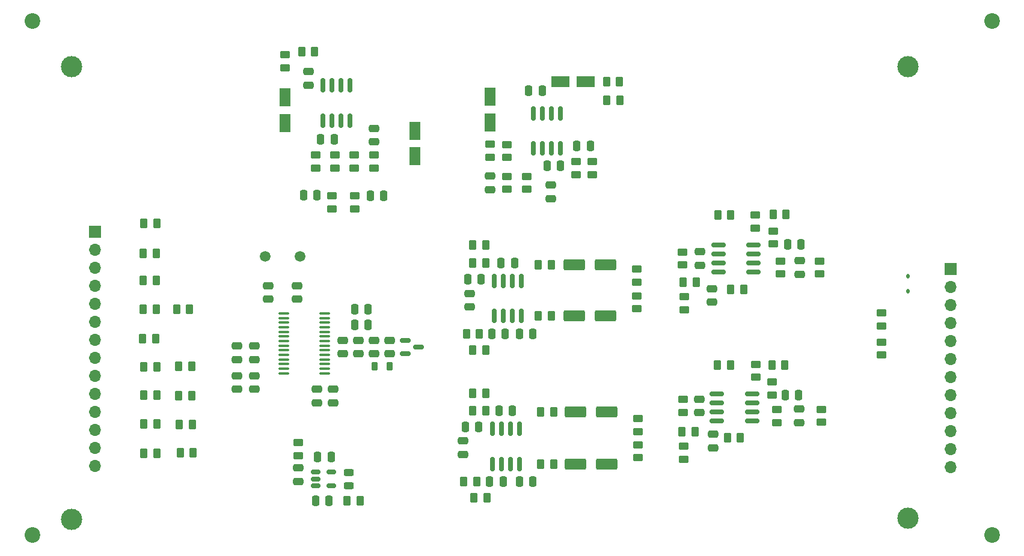
<source format=gts>
G04 #@! TF.GenerationSoftware,KiCad,Pcbnew,8.0.4-8.0.4-0~ubuntu22.04.1*
G04 #@! TF.CreationDate,2024-08-18T20:01:01-04:00*
G04 #@! TF.ProjectId,CS4272-CZZ_Breakout_Board,43533432-3732-42d4-935a-5a5f42726561,rev?*
G04 #@! TF.SameCoordinates,Original*
G04 #@! TF.FileFunction,Soldermask,Top*
G04 #@! TF.FilePolarity,Negative*
%FSLAX46Y46*%
G04 Gerber Fmt 4.6, Leading zero omitted, Abs format (unit mm)*
G04 Created by KiCad (PCBNEW 8.0.4-8.0.4-0~ubuntu22.04.1) date 2024-08-18 20:01:01*
%MOMM*%
%LPD*%
G01*
G04 APERTURE LIST*
G04 Aperture macros list*
%AMRoundRect*
0 Rectangle with rounded corners*
0 $1 Rounding radius*
0 $2 $3 $4 $5 $6 $7 $8 $9 X,Y pos of 4 corners*
0 Add a 4 corners polygon primitive as box body*
4,1,4,$2,$3,$4,$5,$6,$7,$8,$9,$2,$3,0*
0 Add four circle primitives for the rounded corners*
1,1,$1+$1,$2,$3*
1,1,$1+$1,$4,$5*
1,1,$1+$1,$6,$7*
1,1,$1+$1,$8,$9*
0 Add four rect primitives between the rounded corners*
20,1,$1+$1,$2,$3,$4,$5,0*
20,1,$1+$1,$4,$5,$6,$7,0*
20,1,$1+$1,$6,$7,$8,$9,0*
20,1,$1+$1,$8,$9,$2,$3,0*%
G04 Aperture macros list end*
%ADD10RoundRect,0.250000X0.250000X0.475000X-0.250000X0.475000X-0.250000X-0.475000X0.250000X-0.475000X0*%
%ADD11C,2.200000*%
%ADD12RoundRect,0.150000X0.150000X-0.825000X0.150000X0.825000X-0.150000X0.825000X-0.150000X-0.825000X0*%
%ADD13RoundRect,0.250000X0.475000X-0.250000X0.475000X0.250000X-0.475000X0.250000X-0.475000X-0.250000X0*%
%ADD14RoundRect,0.250000X0.450000X-0.262500X0.450000X0.262500X-0.450000X0.262500X-0.450000X-0.262500X0*%
%ADD15RoundRect,0.250000X-0.262500X-0.450000X0.262500X-0.450000X0.262500X0.450000X-0.262500X0.450000X0*%
%ADD16RoundRect,0.112500X-0.112500X0.187500X-0.112500X-0.187500X0.112500X-0.187500X0.112500X0.187500X0*%
%ADD17RoundRect,0.250000X-0.475000X0.250000X-0.475000X-0.250000X0.475000X-0.250000X0.475000X0.250000X0*%
%ADD18RoundRect,0.250000X-1.250000X-0.550000X1.250000X-0.550000X1.250000X0.550000X-1.250000X0.550000X0*%
%ADD19RoundRect,0.250000X0.550000X-1.050000X0.550000X1.050000X-0.550000X1.050000X-0.550000X-1.050000X0*%
%ADD20C,3.000000*%
%ADD21RoundRect,0.100000X-0.637500X-0.100000X0.637500X-0.100000X0.637500X0.100000X-0.637500X0.100000X0*%
%ADD22RoundRect,0.150000X-0.150000X0.825000X-0.150000X-0.825000X0.150000X-0.825000X0.150000X0.825000X0*%
%ADD23RoundRect,0.250000X0.262500X0.450000X-0.262500X0.450000X-0.262500X-0.450000X0.262500X-0.450000X0*%
%ADD24R,1.700000X1.700000*%
%ADD25O,1.700000X1.700000*%
%ADD26RoundRect,0.150000X-0.587500X-0.150000X0.587500X-0.150000X0.587500X0.150000X-0.587500X0.150000X0*%
%ADD27RoundRect,0.250000X-0.450000X0.262500X-0.450000X-0.262500X0.450000X-0.262500X0.450000X0.262500X0*%
%ADD28RoundRect,0.150000X0.825000X0.150000X-0.825000X0.150000X-0.825000X-0.150000X0.825000X-0.150000X0*%
%ADD29RoundRect,0.250000X-0.250000X-0.475000X0.250000X-0.475000X0.250000X0.475000X-0.250000X0.475000X0*%
%ADD30RoundRect,0.243750X0.456250X-0.243750X0.456250X0.243750X-0.456250X0.243750X-0.456250X-0.243750X0*%
%ADD31RoundRect,0.150000X-0.512500X-0.150000X0.512500X-0.150000X0.512500X0.150000X-0.512500X0.150000X0*%
%ADD32RoundRect,0.218750X0.218750X0.381250X-0.218750X0.381250X-0.218750X-0.381250X0.218750X-0.381250X0*%
%ADD33C,1.500000*%
%ADD34RoundRect,0.250000X-1.050000X-0.550000X1.050000X-0.550000X1.050000X0.550000X-1.050000X0.550000X0*%
G04 APERTURE END LIST*
D10*
X150075000Y-98500000D03*
X148175000Y-98500000D03*
D11*
X217325000Y-136850000D03*
D12*
X123120000Y-78425000D03*
X124390000Y-78425000D03*
X125660000Y-78425000D03*
X126930000Y-78425000D03*
X126930000Y-73475000D03*
X125660000Y-73475000D03*
X124390000Y-73475000D03*
X123120000Y-73475000D03*
D10*
X129475000Y-107250000D03*
X127575000Y-107250000D03*
X190075000Y-117107500D03*
X188175000Y-117107500D03*
D13*
X130325000Y-111300000D03*
X130325000Y-109400000D03*
D14*
X187520000Y-100050000D03*
X187520000Y-98225000D03*
D13*
X142825000Y-125500000D03*
X142825000Y-123600000D03*
D15*
X144212500Y-96000000D03*
X146037500Y-96000000D03*
X180070000Y-123107500D03*
X181895000Y-123107500D03*
D16*
X205500000Y-100350000D03*
X205500000Y-102450000D03*
D10*
X145070000Y-121610000D03*
X143170000Y-121610000D03*
D17*
X143725000Y-102800000D03*
X143725000Y-104700000D03*
D15*
X153457500Y-105975000D03*
X155282500Y-105975000D03*
D18*
X158670000Y-119460000D03*
X163070000Y-119460000D03*
D17*
X111025000Y-114400000D03*
X111025000Y-116300000D03*
D14*
X193325000Y-120962500D03*
X193325000Y-119137500D03*
D12*
X146965000Y-126835000D03*
X148235000Y-126835000D03*
X149505000Y-126835000D03*
X150775000Y-126835000D03*
X150775000Y-121885000D03*
X149505000Y-121885000D03*
X148235000Y-121885000D03*
X146965000Y-121885000D03*
D15*
X97825000Y-97162500D03*
X99650000Y-97162500D03*
D19*
X117775000Y-78750000D03*
X117775000Y-75150000D03*
D20*
X205525000Y-70850000D03*
D17*
X113425000Y-114400000D03*
X113425000Y-116300000D03*
D21*
X117625000Y-105600000D03*
X117625000Y-106250000D03*
X117625000Y-106900000D03*
X117625000Y-107550000D03*
X117625000Y-108200000D03*
X117625000Y-108850000D03*
X117625000Y-109500000D03*
X117625000Y-110150000D03*
X117625000Y-110800000D03*
X117625000Y-111450000D03*
X117625000Y-112100000D03*
X117625000Y-112750000D03*
X117625000Y-113400000D03*
X117625000Y-114050000D03*
X123350000Y-114050000D03*
X123350000Y-113400000D03*
X123350000Y-112750000D03*
X123350000Y-112100000D03*
X123350000Y-111450000D03*
X123350000Y-110800000D03*
X123350000Y-110150000D03*
X123350000Y-109500000D03*
X123350000Y-108850000D03*
X123350000Y-108200000D03*
X123350000Y-107550000D03*
X123350000Y-106900000D03*
X123350000Y-106250000D03*
X123350000Y-105600000D03*
D14*
X193020000Y-100050000D03*
X193020000Y-98225000D03*
D15*
X143300000Y-108500000D03*
X145125000Y-108500000D03*
D22*
X156535000Y-77400000D03*
X155265000Y-77400000D03*
X153995000Y-77400000D03*
X152725000Y-77400000D03*
X152725000Y-82350000D03*
X153995000Y-82350000D03*
X155265000Y-82350000D03*
X156535000Y-82350000D03*
D14*
X146625000Y-83600000D03*
X146625000Y-81775000D03*
D23*
X175682500Y-101175000D03*
X173857500Y-101175000D03*
D15*
X97912500Y-125350000D03*
X99737500Y-125350000D03*
D14*
X149025000Y-88112500D03*
X149025000Y-86287500D03*
D15*
X97912500Y-92950000D03*
X99737500Y-92950000D03*
D14*
X173825000Y-119562500D03*
X173825000Y-117737500D03*
X201780000Y-107352500D03*
X201780000Y-105527500D03*
X117775000Y-70950000D03*
X117775000Y-69125000D03*
X167470000Y-122260000D03*
X167470000Y-120435000D03*
D10*
X129475000Y-105050000D03*
X127575000Y-105050000D03*
X148775000Y-108500000D03*
X146875000Y-108500000D03*
D14*
X127545000Y-85112500D03*
X127545000Y-83287500D03*
X167470000Y-125960000D03*
X167470000Y-124135000D03*
D10*
X145375000Y-100750000D03*
X143475000Y-100750000D03*
D24*
X211506250Y-99347500D03*
D25*
X211506250Y-101887500D03*
X211506250Y-104427500D03*
X211506250Y-106967500D03*
X211506250Y-109507500D03*
X211506250Y-112047500D03*
X211506250Y-114587500D03*
X211506250Y-117127500D03*
X211506250Y-119667500D03*
X211506250Y-122207500D03*
X211506250Y-124747500D03*
X211506250Y-127287500D03*
D15*
X97712500Y-109150000D03*
X99537500Y-109150000D03*
D14*
X122055000Y-85112500D03*
X122055000Y-83287500D03*
D23*
X104625000Y-113105000D03*
X102800000Y-113105000D03*
D13*
X130325000Y-81400000D03*
X130325000Y-79500000D03*
D20*
X87725000Y-134650000D03*
D10*
X148475000Y-129360000D03*
X146575000Y-129360000D03*
D14*
X184070000Y-114607500D03*
X184070000Y-112782500D03*
X158725000Y-86025000D03*
X158725000Y-84200000D03*
D10*
X131675000Y-89050000D03*
X129775000Y-89050000D03*
X190445000Y-95887500D03*
X188545000Y-95887500D03*
D17*
X122225000Y-116300000D03*
X122225000Y-118200000D03*
D14*
X167270000Y-101175000D03*
X167270000Y-99350000D03*
X186320000Y-117107500D03*
X186320000Y-115282500D03*
D17*
X124525000Y-116300000D03*
X124525000Y-118200000D03*
D15*
X144382500Y-131610000D03*
X146207500Y-131610000D03*
D10*
X152675000Y-129350000D03*
X150775000Y-129350000D03*
D17*
X190270000Y-98187500D03*
X190270000Y-100087500D03*
D14*
X124375000Y-90862500D03*
X124375000Y-89037500D03*
D17*
X177925000Y-102100000D03*
X177925000Y-104000000D03*
D13*
X115425000Y-103600000D03*
X115425000Y-101700000D03*
D15*
X144207500Y-119360000D03*
X146032500Y-119360000D03*
D26*
X134687500Y-109400000D03*
X134687500Y-111300000D03*
X136562500Y-110350000D03*
D13*
X121075000Y-73400000D03*
X121075000Y-71500000D03*
D18*
X158470000Y-98775000D03*
X162870000Y-98775000D03*
D20*
X87725000Y-70850000D03*
D27*
X119625000Y-123837500D03*
X119625000Y-125662500D03*
D28*
X183545000Y-120762500D03*
X183545000Y-119492500D03*
X183545000Y-118222500D03*
X183545000Y-116952500D03*
X178595000Y-116952500D03*
X178595000Y-118222500D03*
X178595000Y-119492500D03*
X178595000Y-120762500D03*
D29*
X158875000Y-81950000D03*
X160775000Y-81950000D03*
D30*
X126725000Y-129887500D03*
X126725000Y-128012500D03*
D15*
X97812500Y-100950000D03*
X99637500Y-100950000D03*
D23*
X155282500Y-98775000D03*
X153457500Y-98775000D03*
D17*
X190125000Y-119100000D03*
X190125000Y-121000000D03*
D23*
X155582500Y-119460000D03*
X153757500Y-119460000D03*
X175482500Y-122260000D03*
X173657500Y-122260000D03*
D10*
X124675000Y-81050000D03*
X122775000Y-81050000D03*
D29*
X120375000Y-88950000D03*
X122275000Y-88950000D03*
D13*
X146625000Y-88137500D03*
X146625000Y-86237500D03*
D14*
X130275000Y-85112500D03*
X130275000Y-83287500D03*
D15*
X178695000Y-91752500D03*
X180520000Y-91752500D03*
X97812500Y-105050000D03*
X99637500Y-105050000D03*
D17*
X178070000Y-122657500D03*
X178070000Y-124557500D03*
D23*
X128337500Y-132050000D03*
X126512500Y-132050000D03*
D13*
X128125000Y-111300000D03*
X128125000Y-109400000D03*
D15*
X180512500Y-102250000D03*
X182337500Y-102250000D03*
X186482500Y-91637500D03*
X188307500Y-91637500D03*
D28*
X183745000Y-99792500D03*
X183745000Y-98522500D03*
X183745000Y-97252500D03*
X183745000Y-95982500D03*
X178795000Y-95982500D03*
X178795000Y-97252500D03*
X178795000Y-98522500D03*
X178795000Y-99792500D03*
D10*
X123975000Y-132050000D03*
X122075000Y-132050000D03*
D13*
X176080000Y-119590000D03*
X176080000Y-117690000D03*
D14*
X161025000Y-86025000D03*
X161025000Y-84200000D03*
D11*
X217325000Y-64350000D03*
D17*
X113425000Y-110200000D03*
X113425000Y-112100000D03*
D31*
X122050000Y-128000000D03*
X122050000Y-128950000D03*
X122050000Y-129900000D03*
X124325000Y-129900000D03*
X124325000Y-128000000D03*
D23*
X121937500Y-68700000D03*
X120112500Y-68700000D03*
X104712500Y-121240000D03*
X102887500Y-121240000D03*
D14*
X173970000Y-105087500D03*
X173970000Y-103262500D03*
D15*
X97912500Y-117150000D03*
X99737500Y-117150000D03*
D11*
X82175000Y-64350000D03*
D14*
X173770000Y-98765000D03*
X173770000Y-96940000D03*
D10*
X149775000Y-119360000D03*
X147875000Y-119360000D03*
D15*
X144207500Y-116860000D03*
X146032500Y-116860000D03*
X144212500Y-98500000D03*
X146037500Y-98500000D03*
D32*
X132487500Y-113050000D03*
X130362500Y-113050000D03*
D20*
X205525000Y-134450000D03*
D13*
X132525000Y-111300000D03*
X132525000Y-109400000D03*
D14*
X167270000Y-104975000D03*
X167270000Y-103150000D03*
D15*
X97912500Y-113150000D03*
X99737500Y-113150000D03*
D17*
X119625000Y-127400000D03*
X119625000Y-129300000D03*
D15*
X163062500Y-72900000D03*
X164887500Y-72900000D03*
D19*
X136025000Y-83450000D03*
X136025000Y-79850000D03*
D15*
X97912500Y-121150000D03*
X99737500Y-121150000D03*
D23*
X104625000Y-117240000D03*
X102800000Y-117240000D03*
D24*
X91000000Y-94100000D03*
D25*
X91000000Y-96640000D03*
X91000000Y-99180000D03*
X91000000Y-101720000D03*
X91000000Y-104260000D03*
X91000000Y-106800000D03*
X91000000Y-109340000D03*
X91000000Y-111880000D03*
X91000000Y-114420000D03*
X91000000Y-116960000D03*
X91000000Y-119500000D03*
X91000000Y-122040000D03*
X91000000Y-124580000D03*
X91000000Y-127120000D03*
D13*
X176195000Y-98802500D03*
X176195000Y-96902500D03*
D15*
X103000000Y-125240000D03*
X104825000Y-125240000D03*
D18*
X158670000Y-126847500D03*
X163070000Y-126847500D03*
D19*
X146625000Y-78687500D03*
X146625000Y-75087500D03*
D15*
X153757500Y-126860000D03*
X155582500Y-126860000D03*
D14*
X186520000Y-95800000D03*
X186520000Y-93975000D03*
D15*
X144212500Y-110750000D03*
X146037500Y-110750000D03*
D10*
X152675000Y-108450000D03*
X150775000Y-108450000D03*
D11*
X82175000Y-136850000D03*
D15*
X178657500Y-112857500D03*
X180482500Y-112857500D03*
X186332500Y-112857500D03*
X188157500Y-112857500D03*
D13*
X119425000Y-103600000D03*
X119425000Y-101700000D03*
X155225000Y-89400000D03*
X155225000Y-87500000D03*
D10*
X154000000Y-74175000D03*
X152100000Y-74175000D03*
D33*
X119875000Y-97600000D03*
X114995000Y-97600000D03*
D15*
X142957500Y-129360000D03*
X144782500Y-129360000D03*
D34*
X156525000Y-72900000D03*
X160125000Y-72900000D03*
D14*
X151825000Y-88112500D03*
X151825000Y-86287500D03*
X173870000Y-126172500D03*
X173870000Y-124347500D03*
X124825000Y-85112500D03*
X124825000Y-83287500D03*
D17*
X111025000Y-110200000D03*
X111025000Y-112100000D03*
D10*
X124275000Y-125850000D03*
X122375000Y-125850000D03*
D27*
X201780000Y-109640000D03*
X201780000Y-111465000D03*
D12*
X147220000Y-105975000D03*
X148490000Y-105975000D03*
X149760000Y-105975000D03*
X151030000Y-105975000D03*
X151030000Y-101025000D03*
X149760000Y-101025000D03*
X148490000Y-101025000D03*
X147220000Y-101025000D03*
D15*
X163100000Y-75550000D03*
X164925000Y-75550000D03*
D23*
X104337500Y-105050000D03*
X102512500Y-105050000D03*
D10*
X156575000Y-84750000D03*
X154675000Y-84750000D03*
D14*
X149025000Y-83612500D03*
X149025000Y-81787500D03*
X127625000Y-90862500D03*
X127625000Y-89037500D03*
X187070000Y-120985000D03*
X187070000Y-119160000D03*
X184020000Y-93550000D03*
X184020000Y-91725000D03*
D13*
X125925000Y-111300000D03*
X125925000Y-109400000D03*
D18*
X158470000Y-105975000D03*
X162870000Y-105975000D03*
M02*

</source>
